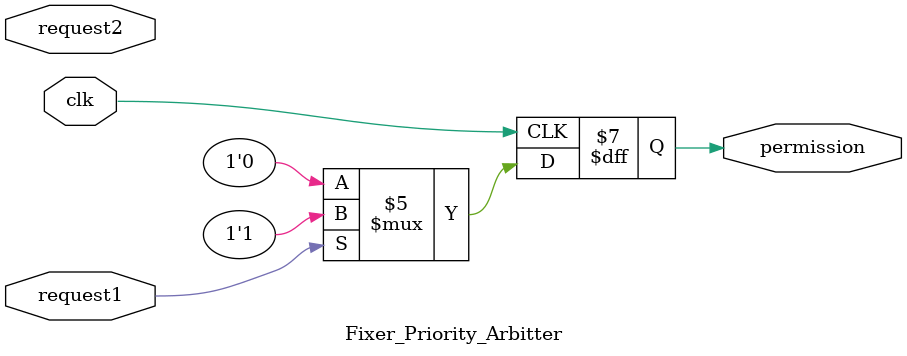
<source format=v>
`timescale 1ns / 1ps


module Fixer_Priority_Arbitter(
    input request1,
    input request2,
    input clk,
    output reg permission
    );
    always @(posedge clk)begin
        if(request1)begin
            permission <= {0,1};
        end else if (request2)begin
            permission <= {1,0};
        end else begin
            permission <={0,0};
        end
    end 
endmodule

</source>
